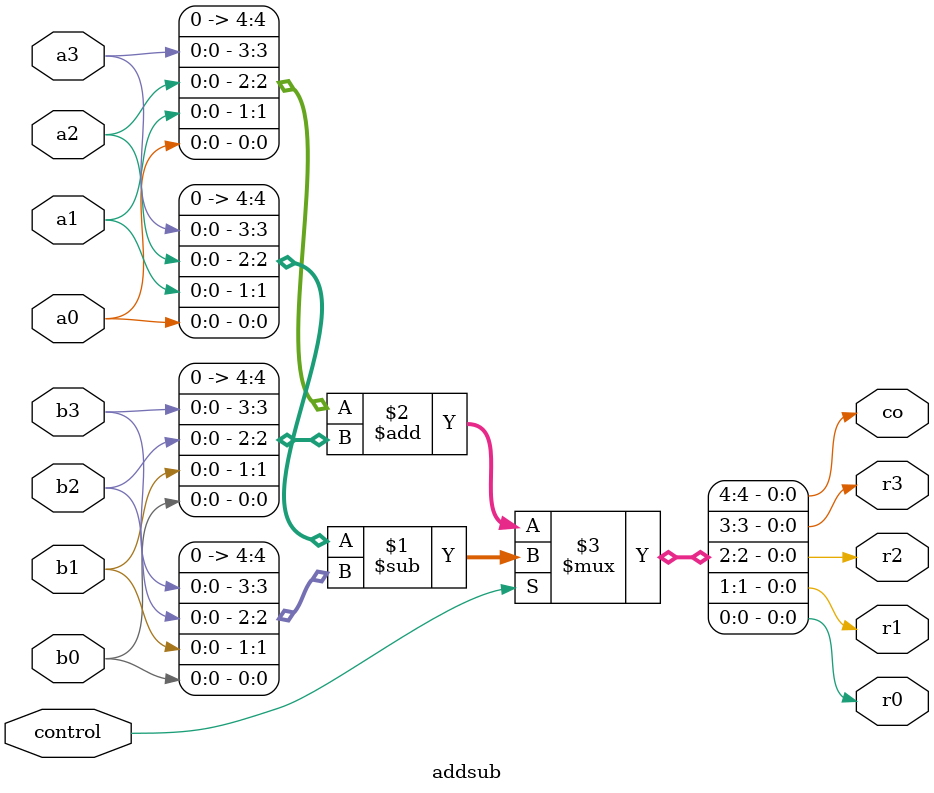
<source format=v>
module addsub(co,r3,r2,r1,r0,a3,a2,a1,a0,b3,b2,b1,b0,control);
    output co,r3,r2,r1,r0;
    input  a3,a2,a1,a0,b3,b2,b1,b0,control;

    assign
    {co,r3,r2,r1,r0}=control?{a3,a2,a1,a0}-{b3,b2,b1,b0}:{a3,a2,a1,a0}+{b3,b2,b1,b0};
endmodule

</source>
